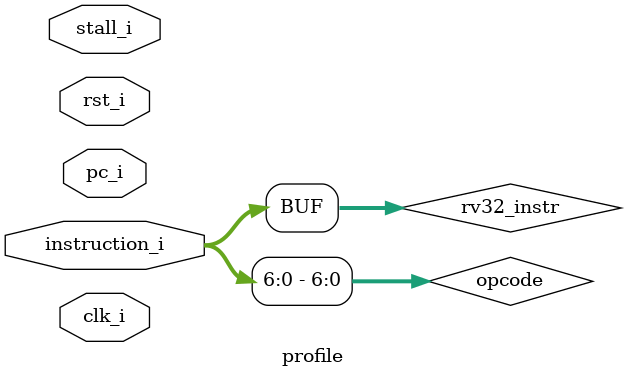
<source format=v>
`timescale 1ns / 1ps


module profile (
    input clk_i,
    input rst_i,
    input stall_i,
    input [32-1:0] pc_i,
    input [32-1:0] instruction_i
);


// core_bench_list()
// core_list_find()
// matrix_mul_matrix_vitextract()
// core_state_transition()
// crcu16()

reg [64-1:0] total_cycle_counter,core_init_state_counter;
reg [64-1:0] core_bench_list_counter;
reg [64-1:0] core_list_find_counter;
reg [64-1:0] matrix_mul_matrix_vitextract_counter;
reg [64-1:0] core_state_transition_counter;
reg [64-1:0] crcu16_counter;

localparam [3-1:0] S_MAIN_INIT = 3'b000, S_MAIN_WAIT = 3'b001,
                   S_MAIN_READ = 3'b010, S_MAIN_DONE = 3'b011;

reg [3-1:0] P,P_next;
reg [3-1:0] function_collected;






always @(posedge clk_i ) begin
    if(rst_i)begin
        P <= S_MAIN_INIT;
    end
    else begin
        P <= P_next;
    end

end

always @(posedge clk_i ) begin
    case(P)
        S_MAIN_INIT:
            P_next <= S_MAIN_WAIT;
        S_MAIN_WAIT:
            P_next <= S_MAIN_READ;
        S_MAIN_READ:
            P_next <= (function_collected == 'd5)? S_MAIN_DONE : S_MAIN_READ;
        S_MAIN_DONE:
            P_next <= S_MAIN_INIT;
    endcase

end

wire total_cycle_flag,core_init_state_flag,core_bench_list_flag,core_list_find_flag,core_state_transition_flag,matrix_mul_matrix_vitextract_flag,crcu16_flag;

reg startsignal,endsignal;
always @(posedge clk_i ) begin
    if(rst_i)begin
        startsignal <= 0;
        endsignal <= 0;
    end
    // else begin
    //     if(pc_i == 32'h00001088) begin
    //         startsignal <= 1;
    //     end
    //     if(pc_i == 32'h00003750)begin
    //         endsignal <= 1;
    //     end

    // end
    else begin
        if(pc_i == 32'h000000b8) begin
            startsignal <= 1;
        end
        if(pc_i == 32'h0000270c)begin
            endsignal <= 1;
        end

    end
end


assign total_cycle_flag = ( startsignal && !endsignal);
assign core_init_state_flag = (pc_i >= 32'h000028b0 && pc_i <= 32'h000029f4 && total_cycle_flag);
assign core_bench_list_flag = (pc_i >= 32'h00001ed8 && pc_i <= 32'h0000210c && total_cycle_flag);
assign core_list_find_flag = (pc_i >= 32'h000001d10 && pc_i <= 32'h00001d64 && total_cycle_flag);
assign core_state_transition_flag =  (pc_i >= 32'h000029f8 && pc_i <= 32'h00002d10 && total_cycle_flag);
assign matrix_mul_matrix_vitextract_flag = (pc_i >= 32'h00002658 && pc_i <= 32'h00002714 && total_cycle_flag);
assign crcu16_flag = (pc_i >= 32'h00001a00 && pc_i <= 32'h00001a2c && total_cycle_flag);
            



always @(posedge clk_i ) begin
    if(rst_i)begin
        total_cycle_counter <= 0;
        core_init_state_counter <= 0;
        core_bench_list_counter <= 0;
        core_list_find_counter <= 0;
        core_state_transition_counter <= 0;
        matrix_mul_matrix_vitextract_counter <= 0;
        crcu16_counter <= 0;
    end
    else begin
        if(total_cycle_flag)total_cycle_counter <= total_cycle_counter + 'd1;
        if(core_init_state_flag)core_init_state_counter <= core_init_state_counter + 'd1;
        if(core_bench_list_flag)core_bench_list_counter <= core_bench_list_counter + 'd1;
        if(core_list_find_flag)core_list_find_counter <= core_list_find_counter + 1;
        if(core_state_transition_flag)core_state_transition_counter <= core_state_transition_counter + 1;
        if(matrix_mul_matrix_vitextract_flag) matrix_mul_matrix_vitextract_counter <= matrix_mul_matrix_vitextract_counter + 1;
        if(crcu16_flag)crcu16_counter <= crcu16_counter + 1;
    end
end








wire [32-1 : 0] rv32_instr = instruction_i;
wire [ 6 : 0]     opcode = rv32_instr[6: 0];

wire opcode_4_2_000 = (opcode[4: 2] == 3'b000);
wire opcode_6_5_00 = (opcode[6: 5] == 2'b00);
wire opcode_6_5_01 = (opcode[6: 5] == 2'b01);

wire rv32_load = opcode_6_5_00 & opcode_4_2_000;    // LOAD opcode
wire rv32_store = opcode_6_5_01 & opcode_4_2_000;   // STORE opcode
wire memory_flag = ( rv32_load || rv32_store );


(* mark_debug = "true" *) reg [32-1:0] core_bench_list_counter_memory;
(* mark_debug = "true" *) reg [32-1:0] core_list_find_counter_memory;
(* mark_debug = "true" *) reg [32-1:0] matrix_mul_matrix_vitextract_counter_memory;
(* mark_debug = "true" *) reg [32-1:0] core_state_transition_counter_memory;
(* mark_debug = "true" *) reg [32-1:0] crcu16_counter_memory;

// (* mark_debug = "true" *) reg [32-1:0] core_bench_list_counter_mem_stall;
// (* mark_debug = "true" *) reg [32-1:0] core_list_find_counter_mem_stall;
// (* mark_debug = "true" *) reg [32-1:0] matrix_mul_matrix_vitextract_counter_mem_stall;
// (* mark_debug = "true" *) reg [32-1:0] core_state_transition_counter_mem_stall;
// (* mark_debug = "true" *) reg [32-1:0] crcu16_counter_mem_stall;


(* mark_debug = "true" *) reg [32-1:0] core_bench_list_counter_stall;
(* mark_debug = "true" *) reg [32-1:0] core_list_find_counter_stall;
(* mark_debug = "true" *) reg [32-1:0] matrix_mul_matrix_vitextract_counter_stall;
(* mark_debug = "true" *) reg [32-1:0] core_state_transition_counter_stall;
(* mark_debug = "true" *) reg [32-1:0] crcu16_counter_stall;




always @(posedge clk_i ) begin
    if(rst_i)begin
        
        core_bench_list_counter_memory <= 0;
        core_list_find_counter_memory <= 0;
        core_state_transition_counter_memory <= 0;
        matrix_mul_matrix_vitextract_counter_memory <= 0;
        crcu16_counter_memory <= 0;

        
        core_bench_list_counter_stall <= 0;
        core_list_find_counter_stall <= 0;
        core_state_transition_counter_stall <= 0;
        matrix_mul_matrix_vitextract_counter_stall <= 0;
        crcu16_counter_stall <= 0;


        // core_bench_list_counter_mem_stall <= 0;
        // core_list_find_counter_mem_stall <= 0;
        // core_state_transition_counter_mem_stall <= 0;
        // matrix_mul_matrix_vitextract_counter_mem_stall <= 0;
        // crcu16_counter_mem_stall <= 0;
    end
    else begin
        
        if(core_bench_list_flag && memory_flag  )core_bench_list_counter_memory <= core_bench_list_counter_memory + 'd1;
        if(core_list_find_flag && memory_flag  )core_list_find_counter_memory <= core_list_find_counter_memory + 1;
        if(core_state_transition_flag && memory_flag )core_state_transition_counter_memory <= core_state_transition_counter_memory + 1;
        if(matrix_mul_matrix_vitextract_flag && memory_flag ) matrix_mul_matrix_vitextract_counter_memory <= matrix_mul_matrix_vitextract_counter_memory + 1;
        if(crcu16_flag && memory_flag )crcu16_counter_memory <= crcu16_counter_memory + 1;
    end
    
    if (stall_i) begin
        
        if(core_bench_list_flag && !memory_flag )core_bench_list_counter_stall <= core_bench_list_counter_stall + 'd1;
        if(core_list_find_flag && !memory_flag )core_list_find_counter_stall <= core_list_find_counter_stall + 1;
        if(core_state_transition_flag && !memory_flag )core_state_transition_counter_stall <= core_state_transition_counter_stall + 1;
        if(matrix_mul_matrix_vitextract_flag && !memory_flag ) matrix_mul_matrix_vitextract_counter_stall <= matrix_mul_matrix_vitextract_counter_stall + 1;
        if(crcu16_flag && !memory_flag  )crcu16_counter_stall <= crcu16_counter_stall + 1;

        

    end
    
    
end









    
endmodule
</source>
